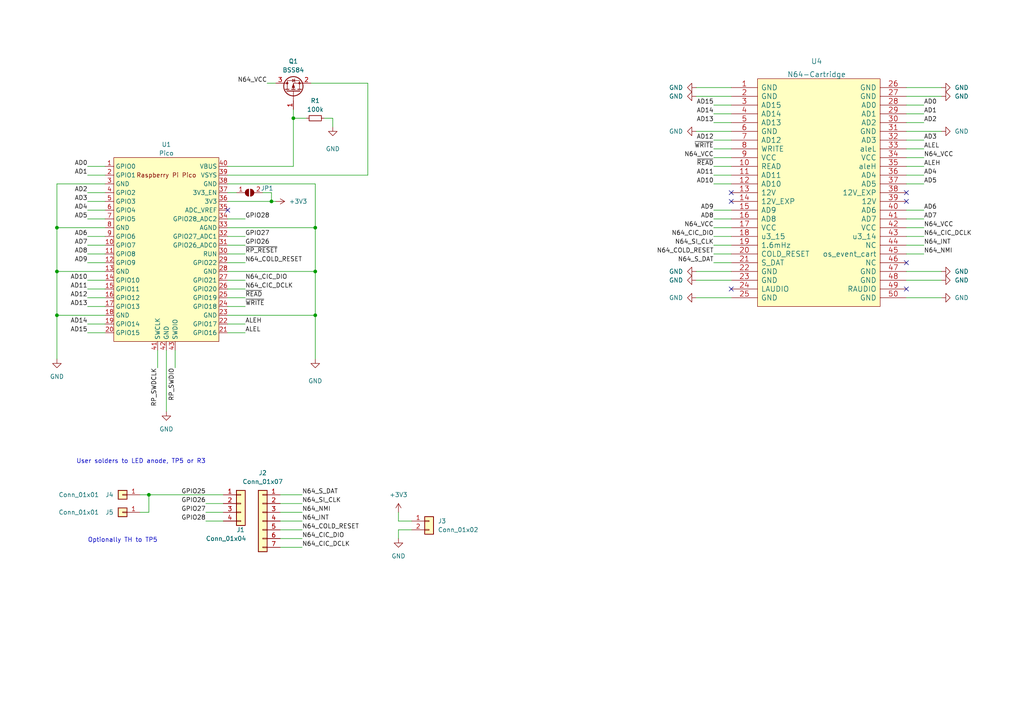
<source format=kicad_sch>
(kicad_sch (version 20211123) (generator eeschema)
  (paper "A4")
  (title_block (title "PicoCart64-lite") (date "2022-08-14") (rev "V1.3-lite") (company "Konrad Beckmann"))
  (lib_symbols
    (symbol "Connector_Generic:Conn_01x01" (pin_names (offset 1.016) hide)
      (property "Reference" "J" (at 0 2.54 0))
      (property "Value" "Conn_01x01" (at 0 -2.54 0))
      (symbol "Conn_01x01_1_1"
        (rectangle (start -1.27 0.127) (end 0 -0.127) (stroke (width 0.1524)))
        (rectangle (start -1.27 1.27) (end 1.27 -1.27) (stroke (width 0.254)) (fill (type background)))
        (pin passive line (at -5.08 0 0) (length 3.81) (name "Pin_1") (number "1"))
      )
    )
    (symbol "Connector_Generic:Conn_01x02" (pin_names (offset 1.016) hide)
      (property "Reference" "J" (at 0 2.54 0))
      (property "Value" "Conn_01x02" (at 0 -5.08 0))
      (symbol "Conn_01x02_1_1"
        (rectangle (start -1.27 -2.413) (end 0 -2.667) (stroke (width 0.1524)))
        (rectangle (start -1.27 0.127) (end 0 -0.127) (stroke (width 0.1524)))
        (rectangle (start -1.27 1.27) (end 1.27 -3.81) (stroke (width 0.254)) (fill (type background)))
        (pin passive line (at -5.08 0 0) (length 3.81) (name "Pin_1") (number "1"))
        (pin passive line (at -5.08 -2.54 0) (length 3.81) (name "Pin_2") (number "2"))
      )
    )
    (symbol "Connector_Generic:Conn_01x04" (pin_names (offset 1.016) hide)
      (property "Reference" "J" (at 0 5.08 0))
      (property "Value" "Conn_01x04" (at 0 -7.62 0))
      (symbol "Conn_01x04_1_1"
        (rectangle (start -1.27 -4.953) (end 0 -5.207) (stroke (width 0.1524)))
        (rectangle (start -1.27 -2.413) (end 0 -2.667) (stroke (width 0.1524)))
        (rectangle (start -1.27 0.127) (end 0 -0.127) (stroke (width 0.1524)))
        (rectangle (start -1.27 2.667) (end 0 2.413) (stroke (width 0.1524)))
        (rectangle (start -1.27 3.81) (end 1.27 -6.35) (stroke (width 0.254)) (fill (type background)))
        (pin passive line (at -5.08 2.54 0) (length 3.81) (name "Pin_1") (number "1"))
        (pin passive line (at -5.08 0 0) (length 3.81) (name "Pin_2") (number "2"))
        (pin passive line (at -5.08 -2.54 0) (length 3.81) (name "Pin_3") (number "3"))
        (pin passive line (at -5.08 -5.08 0) (length 3.81) (name "Pin_4") (number "4"))
      )
    )
    (symbol "Connector_Generic:Conn_01x07" (pin_names (offset 1.016) hide)
      (property "Reference" "J" (at 0 10.16 0))
      (property "Value" "Conn_01x07" (at 0 -10.16 0))
      (symbol "Conn_01x07_1_1"
        (rectangle (start -1.27 -7.493) (end 0 -7.747) (stroke (width 0.1524)))
        (rectangle (start -1.27 -4.953) (end 0 -5.207) (stroke (width 0.1524)))
        (rectangle (start -1.27 -2.413) (end 0 -2.667) (stroke (width 0.1524)))
        (rectangle (start -1.27 0.127) (end 0 -0.127) (stroke (width 0.1524)))
        (rectangle (start -1.27 2.667) (end 0 2.413) (stroke (width 0.1524)))
        (rectangle (start -1.27 5.207) (end 0 4.953) (stroke (width 0.1524)))
        (rectangle (start -1.27 7.747) (end 0 7.493) (stroke (width 0.1524)))
        (rectangle (start -1.27 8.89) (end 1.27 -8.89) (stroke (width 0.254)) (fill (type background)))
        (pin passive line (at -5.08 7.62 0) (length 3.81) (name "Pin_1") (number "1"))
        (pin passive line (at -5.08 5.08 0) (length 3.81) (name "Pin_2") (number "2"))
        (pin passive line (at -5.08 2.54 0) (length 3.81) (name "Pin_3") (number "3"))
        (pin passive line (at -5.08 0 0) (length 3.81) (name "Pin_4") (number "4"))
        (pin passive line (at -5.08 -2.54 0) (length 3.81) (name "Pin_5") (number "5"))
        (pin passive line (at -5.08 -5.08 0) (length 3.81) (name "Pin_6") (number "6"))
        (pin passive line (at -5.08 -7.62 0) (length 3.81) (name "Pin_7") (number "7"))
      )
    )
    (symbol "Device:R_Small" (pin_numbers hide) (pin_names (offset 0.254) hide)
      (property "Reference" "R" (at 0.762 0.508 0))
      (property "Value" "R_Small" (at 0.762 -1.016 0))
      (symbol "R_Small_0_1"
        (rectangle (start -0.762 1.778) (end 0.762 -1.778) (stroke (width 0.2032)))
      )
      (symbol "R_Small_1_1"
        (pin passive line (at 0 2.54 270) (length 0.762) (name "~") (number "1"))
        (pin passive line (at 0 -2.54 90) (length 0.762) (name "~") (number "2"))
      )
    )
    (symbol "Jumper:SolderJumper_2_Open" (pin_names (offset 0) hide)
      (property "Reference" "JP" (at 0 2.032 0))
      (property "Value" "SolderJumper_2_Open" (at 0 -2.54 0))
      (symbol "SolderJumper_2_Open_0_1"
        (arc (start -0.254 1.016) (mid -1.27 0) (end -0.254 -1.016))
        (arc (start -0.254 1.016) (mid -1.27 0) (end -0.254 -1.016) (fill (type outline)))
        (polyline (pts (xy -0.254 1.016) (xy -0.254 -1.016)))
        (polyline (pts (xy 0.254 1.016) (xy 0.254 -1.016)))
        (arc (start 0.254 -1.016) (mid 1.27 0) (end 0.254 1.016))
        (arc (start 0.254 -1.016) (mid 1.27 0) (end 0.254 1.016) (fill (type outline)))
      )
      (symbol "SolderJumper_2_Open_1_1"
        (pin passive line (at -3.81 0 0) (length 2.54) (name "A") (number "1"))
        (pin passive line (at 3.81 0 180) (length 2.54) (name "B") (number "2"))
      )
    )
    (symbol "Transistor_FET:BSS84" (pin_names hide)
      (property "Reference" "Q" (at 5.08 1.905 0))
      (property "Value" "BSS84" (at 5.08 0 0))
      (symbol "BSS84_0_1"
        (polyline (pts (xy 0.254 0) (xy -2.54 0)))
        (polyline (pts (xy 0.254 1.905) (xy 0.254 -1.905)) (stroke (width 0.254)))
        (polyline (pts (xy 0.762 -1.27) (xy 0.762 -2.286)) (stroke (width 0.254)))
        (polyline (pts (xy 0.762 0.508) (xy 0.762 -0.508)) (stroke (width 0.254)))
        (polyline (pts (xy 0.762 2.286) (xy 0.762 1.27)) (stroke (width 0.254)))
        (polyline (pts (xy 2.54 2.54) (xy 2.54 1.778)))
        (polyline (pts (xy 2.54 -2.54) (xy 2.54 0) (xy 0.762 0)))
        (polyline (pts (xy 0.762 1.778) (xy 3.302 1.778) (xy 3.302 -1.778) (xy 0.762 -1.778)))
        (polyline (pts (xy 2.286 0) (xy 1.27 0.381) (xy 1.27 -0.381) (xy 2.286 0)) (fill (type outline)))
        (polyline (pts (xy 2.794 -0.508) (xy 2.921 -0.381) (xy 3.683 -0.381) (xy 3.81 -0.254)))
        (polyline (pts (xy 3.302 -0.381) (xy 2.921 0.254) (xy 3.683 0.254) (xy 3.302 -0.381)))
        (circle (center 1.651 0) (radius 2.794) (stroke (width 0.254)))
        (circle (center 2.54 -1.778) (radius 0.254) (fill (type outline)))
        (circle (center 2.54 1.778) (radius 0.254) (fill (type outline)))
      )
      (symbol "BSS84_1_1"
        (pin input line (at -5.08 0 0) (length 2.54) (name "G") (number "1"))
        (pin passive line (at 2.54 -5.08 90) (length 2.54) (name "S") (number "2"))
        (pin passive line (at 2.54 5.08 270) (length 2.54) (name "D") (number "3"))
      )
    )
    (symbol "n64-cartridge:N64-Cartridge" (pin_names (offset 1.016))
      (property "Reference" "U?" (at -0.635 38.1 0))
      (property "Value" "N64-Cartridge" (at -0.635 34.29 0))
      (symbol "N64-Cartridge_0_1"
        (rectangle (start -17.78 33.02) (end 17.78 -33.02) (fill (type background)))
      )
      (symbol "N64-Cartridge_1_1"
        (pin passive line (at -25.4 30.48 0) (length 7.62) (name "GND") (number "1"))
        (pin passive line (at -25.4 7.62 0) (length 7.62) (name "READ") (number "10"))
        (pin passive line (at -25.4 5.08 0) (length 7.62) (name "AD11") (number "11"))
        (pin passive line (at -25.4 2.54 0) (length 7.62) (name "AD10") (number "12"))
        (pin passive line (at -25.4 0 0) (length 7.62) (name "12V") (number "13"))
        (pin passive line (at -25.4 -2.54 0) (length 7.62) (name "12V_EXP") (number "14"))
        (pin passive line (at -25.4 -5.08 0) (length 7.62) (name "AD9") (number "15"))
        (pin passive line (at -25.4 -7.62 0) (length 7.62) (name "AD8") (number "16"))
        (pin passive line (at -25.4 -10.16 0) (length 7.62) (name "VCC") (number "17"))
        (pin passive line (at -25.4 -12.7 0) (length 7.62) (name "u3_15") (number "18"))
        (pin passive line (at -25.4 -15.24 0) (length 7.62) (name "1.6mHz") (number "19"))
        (pin passive line (at -25.4 27.94 0) (length 7.62) (name "GND") (number "2"))
        (pin passive line (at -25.4 -17.78 0) (length 7.62) (name "COLD_RESET") (number "20"))
        (pin passive line (at -25.4 -20.32 0) (length 7.62) (name "S_DAT") (number "21"))
        (pin passive line (at -25.4 -22.86 0) (length 7.62) (name "GND") (number "22"))
        (pin passive line (at -25.4 -25.4 0) (length 7.62) (name "GND") (number "23"))
        (pin passive line (at -25.4 -27.94 0) (length 7.62) (name "LAUDIO") (number "24"))
        (pin passive line (at -25.4 -30.48 0) (length 7.62) (name "GND") (number "25"))
        (pin passive line (at 25.4 30.48 180) (length 7.62) (name "GND") (number "26"))
        (pin passive line (at 25.4 27.94 180) (length 7.62) (name "GND") (number "27"))
        (pin passive line (at 25.4 25.4 180) (length 7.62) (name "AD0") (number "28"))
        (pin passive line (at 25.4 22.86 180) (length 7.62) (name "AD1") (number "29"))
        (pin passive line (at -25.4 25.4 0) (length 7.62) (name "AD15") (number "3"))
        (pin passive line (at 25.4 20.32 180) (length 7.62) (name "AD2") (number "30"))
        (pin passive line (at 25.4 17.78 180) (length 7.62) (name "GND") (number "31"))
        (pin passive line (at 25.4 15.24 180) (length 7.62) (name "AD3") (number "32"))
        (pin passive line (at 25.4 12.7 180) (length 7.62) (name "aleL") (number "33"))
        (pin passive line (at 25.4 10.16 180) (length 7.62) (name "VCC") (number "34"))
        (pin passive line (at 25.4 7.62 180) (length 7.62) (name "aleH") (number "35"))
        (pin passive line (at 25.4 5.08 180) (length 7.62) (name "AD4") (number "36"))
        (pin passive line (at 25.4 2.54 180) (length 7.62) (name "AD5") (number "37"))
        (pin passive line (at 25.4 0 180) (length 7.62) (name "12V_EXP") (number "38"))
        (pin passive line (at 25.4 -2.54 180) (length 7.62) (name "12V") (number "39"))
        (pin passive line (at -25.4 22.86 0) (length 7.62) (name "AD14") (number "4"))
        (pin passive line (at 25.4 -5.08 180) (length 7.62) (name "AD6") (number "40"))
        (pin passive line (at 25.4 -7.62 180) (length 7.62) (name "AD7") (number "41"))
        (pin passive line (at 25.4 -10.16 180) (length 7.62) (name "VCC") (number "42"))
        (pin passive line (at 25.4 -12.7 180) (length 7.62) (name "u3_14") (number "43"))
        (pin passive line (at 25.4 -15.24 180) (length 7.62) (name "NC") (number "44"))
        (pin passive line (at 25.4 -17.78 180) (length 7.62) (name "os_event_cart") (number "45"))
        (pin passive line (at 25.4 -20.32 180) (length 7.62) (name "NC") (number "46"))
        (pin passive line (at 25.4 -22.86 180) (length 7.62) (name "GND") (number "47"))
        (pin passive line (at 25.4 -25.4 180) (length 7.62) (name "GND") (number "48"))
        (pin passive line (at 25.4 -27.94 180) (length 7.62) (name "RAUDIO") (number "49"))
        (pin passive line (at -25.4 20.32 0) (length 7.62) (name "AD13") (number "5"))
        (pin passive line (at 25.4 -30.48 180) (length 7.62) (name "GND") (number "50"))
        (pin passive line (at -25.4 17.78 0) (length 7.62) (name "GND") (number "6"))
        (pin passive line (at -25.4 15.24 0) (length 7.62) (name "AD12") (number "7"))
        (pin passive line (at -25.4 12.7 0) (length 7.62) (name "WRITE") (number "8"))
        (pin passive line (at -25.4 10.16 0) (length 7.62) (name "VCC") (number "9"))
      )
    )
    (symbol "power:+3V3" (power) (pin_names (offset 0))
      (property "Value" "+3V3" (at 0 3.556 0))
      (symbol "+3V3_0_1"
        (polyline (pts (xy -0.762 1.27) (xy 0 2.54)))
        (polyline (pts (xy 0 0) (xy 0 2.54)))
        (polyline (pts (xy 0 2.54) (xy 0.762 1.27)))
      )
      (symbol "+3V3_1_1"
        (pin power_in line (at 0 0 90) (length 0) hide (name "+3V3") (number "1"))
      )
    )
    (symbol "power:GND" (power) (pin_names (offset 0))
      (property "Value" "GND" (at 0 -3.81 0))
      (symbol "GND_0_1"
        (polyline (pts (xy 0 0) (xy 0 -1.27) (xy 1.27 -1.27) (xy 0 -2.54) (xy -1.27 -1.27) (xy 0 -1.27)))
      )
      (symbol "GND_1_1"
        (pin power_in line (at 0 0 270) (length 0) hide (name "GND") (number "1"))
      )
    )
    (symbol "raspberrypi_pico:Pico"
      (property "Reference" "U" (at -13.97 27.94 0))
      (property "Value" "Pico" (at 0 19.05 0))
      (symbol "Pico_0_0"
        (text "Raspberry Pi Pico" (at 0 21.59 0) (effects (font (size 1.27 1.27))))
      )
      (symbol "Pico_0_1"
        (rectangle (start -15.24 26.67) (end 15.24 -26.67) (fill (type background)))
      )
      (symbol "Pico_1_1"
        (pin bidirectional line (at -17.78 24.13 0) (length 2.54) (name "GPIO0") (number "1"))
        (pin bidirectional line (at -17.78 1.27 0) (length 2.54) (name "GPIO7") (number "10"))
        (pin bidirectional line (at -17.78 -1.27 0) (length 2.54) (name "GPIO8") (number "11"))
        (pin bidirectional line (at -17.78 -3.81 0) (length 2.54) (name "GPIO9") (number "12"))
        (pin power_in line (at -17.78 -6.35 0) (length 2.54) (name "GND") (number "13"))
        (pin bidirectional line (at -17.78 -8.89 0) (length 2.54) (name "GPIO10") (number "14"))
        (pin bidirectional line (at -17.78 -11.43 0) (length 2.54) (name "GPIO11") (number "15"))
        (pin bidirectional line (at -17.78 -13.97 0) (length 2.54) (name "GPIO12") (number "16"))
        (pin bidirectional line (at -17.78 -16.51 0) (length 2.54) (name "GPIO13") (number "17"))
        (pin power_in line (at -17.78 -19.05 0) (length 2.54) (name "GND") (number "18"))
        (pin bidirectional line (at -17.78 -21.59 0) (length 2.54) (name "GPIO14") (number "19"))
        (pin bidirectional line (at -17.78 21.59 0) (length 2.54) (name "GPIO1") (number "2"))
        (pin bidirectional line (at -17.78 -24.13 0) (length 2.54) (name "GPIO15") (number "20"))
        (pin bidirectional line (at 17.78 -24.13 180) (length 2.54) (name "GPIO16") (number "21"))
        (pin bidirectional line (at 17.78 -21.59 180) (length 2.54) (name "GPIO17") (number "22"))
        (pin power_in line (at 17.78 -19.05 180) (length 2.54) (name "GND") (number "23"))
        (pin bidirectional line (at 17.78 -16.51 180) (length 2.54) (name "GPIO18") (number "24"))
        (pin bidirectional line (at 17.78 -13.97 180) (length 2.54) (name "GPIO19") (number "25"))
        (pin bidirectional line (at 17.78 -11.43 180) (length 2.54) (name "GPIO20") (number "26"))
        (pin bidirectional line (at 17.78 -8.89 180) (length 2.54) (name "GPIO21") (number "27"))
        (pin power_in line (at 17.78 -6.35 180) (length 2.54) (name "GND") (number "28"))
        (pin bidirectional line (at 17.78 -3.81 180) (length 2.54) (name "GPIO22") (number "29"))
        (pin power_in line (at -17.78 19.05 0) (length 2.54) (name "GND") (number "3"))
        (pin input line (at 17.78 -1.27 180) (length 2.54) (name "RUN") (number "30"))
        (pin bidirectional line (at 17.78 1.27 180) (length 2.54) (name "GPIO26_ADC0") (number "31"))
        (pin bidirectional line (at 17.78 3.81 180) (length 2.54) (name "GPIO27_ADC1") (number "32"))
        (pin power_in line (at 17.78 6.35 180) (length 2.54) (name "AGND") (number "33"))
        (pin bidirectional line (at 17.78 8.89 180) (length 2.54) (name "GPIO28_ADC2") (number "34"))
        (pin power_in line (at 17.78 11.43 180) (length 2.54) (name "ADC_VREF") (number "35"))
        (pin power_in line (at 17.78 13.97 180) (length 2.54) (name "3V3") (number "36"))
        (pin input line (at 17.78 16.51 180) (length 2.54) (name "3V3_EN") (number "37"))
        (pin bidirectional line (at 17.78 19.05 180) (length 2.54) (name "GND") (number "38"))
        (pin power_in line (at 17.78 21.59 180) (length 2.54) (name "VSYS") (number "39"))
        (pin bidirectional line (at -17.78 16.51 0) (length 2.54) (name "GPIO2") (number "4"))
        (pin power_in line (at 17.78 24.13 180) (length 2.54) (name "VBUS") (number "40"))
        (pin input line (at -2.54 -29.21 90) (length 2.54) (name "SWCLK") (number "41"))
        (pin power_in line (at 0 -29.21 90) (length 2.54) (name "GND") (number "42"))
        (pin bidirectional line (at 2.54 -29.21 90) (length 2.54) (name "SWDIO") (number "43"))
        (pin bidirectional line (at -17.78 13.97 0) (length 2.54) (name "GPIO3") (number "5"))
        (pin bidirectional line (at -17.78 11.43 0) (length 2.54) (name "GPIO4") (number "6"))
        (pin bidirectional line (at -17.78 8.89 0) (length 2.54) (name "GPIO5") (number "7"))
        (pin power_in line (at -17.78 6.35 0) (length 2.54) (name "GND") (number "8"))
        (pin bidirectional line (at -17.78 3.81 0) (length 2.54) (name "GPIO6") (number "9"))
      )
    )
  )
  (junction (at 91.44 78.74))
  (junction (at 43.18 143.51))
  (junction (at 91.44 91.44))
  (junction (at 85.09 34.29))
  (junction (at 16.51 78.74))
  (junction (at 78.74 58.42))
  (junction (at 91.44 66.04))
  (junction (at 16.51 91.44))
  (junction (at 16.51 66.04))
  (no_connect (at 66.04 60.96))
  (no_connect (at 262.89 83.82))
  (no_connect (at 262.89 58.42))
  (no_connect (at 262.89 55.88))
  (no_connect (at 212.09 83.82))
  (no_connect (at 212.09 58.42))
  (no_connect (at 212.09 55.88))
  (no_connect (at 262.89 76.2))
  (wire (pts (xy 262.89 86.36) (xy 273.05 86.36)))
  (wire (pts (xy 262.89 30.48) (xy 267.97 30.48)))
  (wire (pts (xy 40.64 143.51) (xy 43.18 143.51)))
  (wire (pts (xy 16.51 91.44) (xy 16.51 78.74)))
  (wire (pts (xy 16.51 78.74) (xy 30.48 78.74)))
  (wire (pts (xy 66.04 81.28) (xy 71.12 81.28)))
  (wire (pts (xy 30.48 60.96) (xy 25.4 60.96)))
  (wire (pts (xy 262.89 81.28) (xy 273.05 81.28)))
  (wire (pts (xy 262.89 27.94) (xy 273.05 27.94)))
  (wire (pts (xy 81.28 156.21) (xy 87.63 156.21)))
  (wire (pts (xy 201.93 38.1) (xy 212.09 38.1)))
  (wire (pts (xy 262.89 45.72) (xy 267.97 45.72)))
  (wire (pts (xy 115.57 148.59) (xy 115.57 151.13)))
  (wire (pts (xy 30.48 86.36) (xy 25.4 86.36)))
  (wire (pts (xy 66.04 78.74) (xy 91.44 78.74)))
  (wire (pts (xy 91.44 91.44) (xy 91.44 104.14)))
  (wire (pts (xy 71.12 73.66) (xy 66.04 73.66)))
  (wire (pts (xy 106.68 50.8) (xy 66.04 50.8)))
  (wire (pts (xy 201.93 25.4) (xy 212.09 25.4)))
  (wire (pts (xy 262.89 68.58) (xy 267.97 68.58)))
  (wire (pts (xy 66.04 68.58) (xy 71.12 68.58)))
  (wire (pts (xy 59.69 148.59) (xy 64.77 148.59)))
  (wire (pts (xy 262.89 66.04) (xy 267.97 66.04)))
  (wire (pts (xy 90.17 24.13) (xy 106.68 24.13)))
  (wire (pts (xy 78.74 58.42) (xy 80.01 58.42)))
  (wire (pts (xy 30.48 83.82) (xy 25.4 83.82)))
  (wire (pts (xy 30.48 58.42) (xy 25.4 58.42)))
  (wire (pts (xy 43.18 143.51) (xy 64.77 143.51)))
  (wire (pts (xy 30.48 55.88) (xy 25.4 55.88)))
  (wire (pts (xy 207.01 76.2) (xy 212.09 76.2)))
  (wire (pts (xy 30.48 88.9) (xy 25.4 88.9)))
  (wire (pts (xy 201.93 78.74) (xy 212.09 78.74)))
  (wire (pts (xy 76.2 55.88) (xy 78.74 55.88)))
  (wire (pts (xy 16.51 66.04) (xy 30.48 66.04)))
  (wire (pts (xy 81.28 153.67) (xy 87.63 153.67)))
  (wire (pts (xy 77.47 24.13) (xy 80.01 24.13)))
  (wire (pts (xy 66.04 96.52) (xy 71.12 96.52)))
  (wire (pts (xy 66.04 83.82) (xy 71.12 83.82)))
  (wire (pts (xy 262.89 38.1) (xy 273.05 38.1)))
  (wire (pts (xy 30.48 63.5) (xy 25.4 63.5)))
  (wire (pts (xy 30.48 96.52) (xy 25.4 96.52)))
  (wire (pts (xy 30.48 50.8) (xy 25.4 50.8)))
  (wire (pts (xy 201.93 27.94) (xy 212.09 27.94)))
  (wire (pts (xy 93.98 34.29) (xy 96.52 34.29)))
  (wire (pts (xy 66.04 48.26) (xy 85.09 48.26)))
  (wire (pts (xy 115.57 153.67) (xy 119.38 153.67)))
  (wire (pts (xy 30.48 81.28) (xy 25.4 81.28)))
  (wire (pts (xy 30.48 93.98) (xy 25.4 93.98)))
  (wire (pts (xy 45.72 106.68) (xy 45.72 101.6)))
  (wire (pts (xy 207.01 60.96) (xy 212.09 60.96)))
  (wire (pts (xy 16.51 66.04) (xy 16.51 53.34)))
  (wire (pts (xy 207.01 63.5) (xy 212.09 63.5)))
  (wire (pts (xy 66.04 88.9) (xy 71.12 88.9)))
  (wire (pts (xy 262.89 78.74) (xy 273.05 78.74)))
  (wire (pts (xy 262.89 43.18) (xy 267.97 43.18)))
  (wire (pts (xy 43.18 148.59) (xy 40.64 148.59)))
  (wire (pts (xy 207.01 33.02) (xy 212.09 33.02)))
  (wire (pts (xy 207.01 30.48) (xy 212.09 30.48)))
  (wire (pts (xy 207.01 71.12) (xy 212.09 71.12)))
  (wire (pts (xy 201.93 81.28) (xy 212.09 81.28)))
  (wire (pts (xy 66.04 93.98) (xy 71.12 93.98)))
  (wire (pts (xy 91.44 53.34) (xy 66.04 53.34)))
  (wire (pts (xy 66.04 91.44) (xy 91.44 91.44)))
  (wire (pts (xy 262.89 48.26) (xy 267.97 48.26)))
  (wire (pts (xy 115.57 151.13) (xy 119.38 151.13)))
  (wire (pts (xy 66.04 63.5) (xy 71.12 63.5)))
  (wire (pts (xy 106.68 24.13) (xy 106.68 50.8)))
  (wire (pts (xy 85.09 48.26) (xy 85.09 34.29)))
  (wire (pts (xy 66.04 58.42) (xy 78.74 58.42)))
  (wire (pts (xy 66.04 76.2) (xy 71.12 76.2)))
  (wire (pts (xy 16.51 91.44) (xy 30.48 91.44)))
  (wire (pts (xy 91.44 53.34) (xy 91.44 66.04)))
  (wire (pts (xy 50.8 106.68) (xy 50.8 101.6)))
  (wire (pts (xy 207.01 43.18) (xy 212.09 43.18)))
  (wire (pts (xy 81.28 146.05) (xy 87.63 146.05)))
  (wire (pts (xy 66.04 55.88) (xy 68.58 55.88)))
  (wire (pts (xy 66.04 71.12) (xy 71.12 71.12)))
  (wire (pts (xy 207.01 35.56) (xy 212.09 35.56)))
  (wire (pts (xy 78.74 55.88) (xy 78.74 58.42)))
  (wire (pts (xy 48.26 101.6) (xy 48.26 119.38)))
  (wire (pts (xy 207.01 48.26) (xy 212.09 48.26)))
  (wire (pts (xy 262.89 71.12) (xy 267.97 71.12)))
  (wire (pts (xy 262.89 63.5) (xy 267.97 63.5)))
  (wire (pts (xy 30.48 73.66) (xy 25.4 73.66)))
  (wire (pts (xy 66.04 86.36) (xy 71.12 86.36)))
  (wire (pts (xy 30.48 48.26) (xy 25.4 48.26)))
  (wire (pts (xy 207.01 73.66) (xy 212.09 73.66)))
  (wire (pts (xy 96.52 34.29) (xy 96.52 36.83)))
  (wire (pts (xy 81.28 151.13) (xy 87.63 151.13)))
  (wire (pts (xy 16.51 104.14) (xy 16.51 91.44)))
  (wire (pts (xy 43.18 143.51) (xy 43.18 148.59)))
  (wire (pts (xy 201.93 86.36) (xy 212.09 86.36)))
  (wire (pts (xy 207.01 50.8) (xy 212.09 50.8)))
  (wire (pts (xy 16.51 53.34) (xy 30.48 53.34)))
  (wire (pts (xy 66.04 66.04) (xy 91.44 66.04)))
  (wire (pts (xy 91.44 78.74) (xy 91.44 91.44)))
  (wire (pts (xy 262.89 73.66) (xy 267.97 73.66)))
  (wire (pts (xy 91.44 66.04) (xy 91.44 78.74)))
  (wire (pts (xy 81.28 148.59) (xy 87.63 148.59)))
  (wire (pts (xy 262.89 40.64) (xy 267.97 40.64)))
  (wire (pts (xy 262.89 25.4) (xy 273.05 25.4)))
  (wire (pts (xy 30.48 76.2) (xy 25.4 76.2)))
  (wire (pts (xy 207.01 45.72) (xy 212.09 45.72)))
  (wire (pts (xy 207.01 66.04) (xy 212.09 66.04)))
  (wire (pts (xy 262.89 33.02) (xy 267.97 33.02)))
  (wire (pts (xy 30.48 68.58) (xy 25.4 68.58)))
  (wire (pts (xy 30.48 71.12) (xy 25.4 71.12)))
  (wire (pts (xy 85.09 34.29) (xy 85.09 31.75)))
  (wire (pts (xy 59.69 146.05) (xy 64.77 146.05)))
  (wire (pts (xy 207.01 53.34) (xy 212.09 53.34)))
  (wire (pts (xy 16.51 78.74) (xy 16.51 66.04)))
  (wire (pts (xy 262.89 60.96) (xy 267.97 60.96)))
  (wire (pts (xy 115.57 156.21) (xy 115.57 153.67)))
  (wire (pts (xy 59.69 151.13) (xy 64.77 151.13)))
  (wire (pts (xy 81.28 158.75) (xy 87.63 158.75)))
  (wire (pts (xy 262.89 50.8) (xy 267.97 50.8)))
  (wire (pts (xy 85.09 34.29) (xy 88.9 34.29)))
  (wire (pts (xy 262.89 35.56) (xy 267.97 35.56)))
  (wire (pts (xy 207.01 40.64) (xy 212.09 40.64)))
  (wire (pts (xy 262.89 53.34) (xy 267.97 53.34)))
  (wire (pts (xy 207.01 68.58) (xy 212.09 68.58)))
  (wire (pts (xy 81.28 143.51) (xy 87.63 143.51)))
  (text "User solders to LED anode, TP5 or R3" (at 59.69 134.62 180) (effects (font (size 1.27 1.27)) (justify right bottom)))
  (text "Optionally TH to TP5" (at 45.72 157.48 180) (effects (font (size 1.27 1.27)) (justify right bottom)))
  (label "GPIO27" (at 59.69 148.59 180))
  (label "N64_SI_CLK" (at 207.01 71.12 180))
  (label "AD13" (at 207.01 35.56 180))
  (label "N64_VCC" (at 207.01 45.72 180))
  (label "N64_NMI" (at 87.63 148.59 0))
  (label "N64_COLD_RESET" (at 207.01 73.66 180))
  (label "AD10" (at 207.01 53.34 180))
  (label "AD11" (at 207.01 50.8 180))
  (label "~{WRITE}" (at 71.12 88.9 0))
  (label "ALEL" (at 267.97 43.18 0))
  (label "N64_VCC" (at 207.01 66.04 180))
  (label "N64_NMI" (at 267.97 73.66 0))
  (label "AD2" (at 25.4 55.88 180))
  (label "~{WRITE}" (at 207.01 43.18 180))
  (label "AD9" (at 207.01 60.96 180))
  (label "AD3" (at 267.97 40.64 0))
  (label "AD14" (at 207.01 33.02 180))
  (label "AD9" (at 25.4 76.2 180))
  (label "N64_CIC_DCLK" (at 87.63 158.75 0))
  (label "~{READ}" (at 71.12 86.36 0))
  (label "AD8" (at 25.4 73.66 180))
  (label "AD10" (at 25.4 81.28 180))
  (label "AD14" (at 25.4 93.98 180))
  (label "AD12" (at 25.4 86.36 180))
  (label "GPIO26" (at 71.12 71.12 0))
  (label "AD15" (at 25.4 96.52 180))
  (label "N64_S_DAT" (at 87.63 143.51 0))
  (label "N64_COLD_RESET" (at 71.12 76.2 0))
  (label "AD15" (at 207.01 30.48 180))
  (label "N64_SI_CLK" (at 87.63 146.05 0))
  (label "GPIO28" (at 59.69 151.13 180))
  (label "ALEL" (at 71.12 96.52 0))
  (label "GPIO27" (at 71.12 68.58 0))
  (label "AD1" (at 25.4 50.8 180))
  (label "AD5" (at 25.4 63.5 180))
  (label "ALEH" (at 71.12 93.98 0))
  (label "ALEH" (at 267.97 48.26 0))
  (label "AD0" (at 267.97 30.48 0))
  (label "AD13" (at 25.4 88.9 180))
  (label "AD4" (at 267.97 50.8 0))
  (label "~{READ}" (at 207.01 48.26 180))
  (label "GPIO28" (at 71.12 63.5 0))
  (label "N64_INT" (at 87.63 151.13 0))
  (label "AD5" (at 267.97 53.34 0))
  (label "AD3" (at 25.4 58.42 180))
  (label "AD11" (at 25.4 83.82 180))
  (label "N64_CIC_DCLK" (at 71.12 83.82 0))
  (label "AD6" (at 25.4 68.58 180))
  (label "AD7" (at 25.4 71.12 180))
  (label "N64_VCC" (at 267.97 66.04 0))
  (label "N64_COLD_RESET" (at 87.63 153.67 0))
  (label "GPIO26" (at 59.69 146.05 180))
  (label "N64_CIC_DIO" (at 71.12 81.28 0))
  (label "AD4" (at 25.4 60.96 180))
  (label "AD8" (at 207.01 63.5 180))
  (label "AD2" (at 267.97 35.56 0))
  (label "N64_CIC_DIO" (at 207.01 68.58 180))
  (label "RP_SWDCLK" (at 45.72 106.68 270))
  (label "N64_VCC" (at 267.97 45.72 0))
  (label "RP_SWDIO" (at 50.8 106.68 270))
  (label "N64_INT" (at 267.97 71.12 0))
  (label "~{RP_RESET}" (at 71.12 73.66 0))
  (label "N64_VCC" (at 77.47 24.13 180))
  (label "AD0" (at 25.4 48.26 180))
  (label "GPIO25" (at 59.69 143.51 180))
  (label "N64_CIC_DIO" (at 87.63 156.21 0))
  (label "AD12" (at 207.01 40.64 180))
  (label "N64_S_DAT" (at 207.01 76.2 180))
  (label "AD1" (at 267.97 33.02 0))
  (label "N64_CIC_DCLK" (at 267.97 68.58 0))
  (label "AD7" (at 267.97 63.5 0))
  (label "AD6" (at 267.97 60.96 0))
  (symbol (lib_id "power:GND") (at 273.05 25.4 90) (unit 1)
    (property "Reference" "#PWR0115" (effects hide))
    (property "Value" "GND" (at 276.86 25.3999 90) (effects (justify right)))
  )
  (symbol (lib_id "power:GND") (at 201.93 38.1 270) (unit 1)
    (property "Reference" "#PWR0123" (effects hide))
    (property "Value" "GND" (at 198.12 38.0999 90) (effects (justify right)))
  )
  (symbol (lib_id "power:GND") (at 48.26 119.38 0) (unit 1)
    (property "Reference" "#PWR0107" (effects hide))
    (property "Value" "GND" (at 48.26 124.46 0))
  )
  (symbol (lib_id "power:GND") (at 273.05 81.28 90) (unit 1)
    (property "Reference" "#PWR0120" (effects hide))
    (property "Value" "GND" (at 276.86 81.2799 90) (effects (justify right)))
  )
  (symbol (lib_id "power:GND") (at 91.44 104.14 0) (unit 1)
    (property "Reference" "#PWR0104" (effects hide))
    (property "Value" "GND" (at 91.44 110.49 0))
  )
  (symbol (lib_id "Jumper:SolderJumper_2_Open") (at 72.39 55.88 0) (unit 1) (in_bom no)
    (property "Reference" "JP1" (at 77.47 54.61 0))
    (property "Value" "SolderJumper_2_Open" (effects hide))
    (property "Footprint" "Jumper:SolderJumper-2_P1.3mm_Open_RoundedPad1.0x1.5mm" (effects hide))
  )
  (symbol (lib_id "power:+3V3") (at 115.57 148.59 0) (unit 1)
    (property "Reference" "#PWR0102" (effects hide))
    (property "Value" "+3V3" (at 115.57 143.51 0))
  )
  (symbol (lib_id "power:GND") (at 115.57 156.21 0) (unit 1)
    (property "Reference" "#PWR0103" (effects hide))
    (property "Value" "GND" (at 115.57 161.29 0))
  )
  (symbol (lib_id "Transistor_FET:BSS84") (at 85.09 26.67 90) (unit 1)
    (property "Reference" "Q1" (at 85.09 17.78 90))
    (property "Value" "BSS84" (at 85.09 20.32 90))
    (property "Footprint" "Package_TO_SOT_SMD:SOT-23" (effects hide))
    (property "Datasheet" "http://assets.nexperia.com/documents/data-sheet/BSS84.pdf" (effects hide))
    (property "LCSC" "C114481" (effects hide))
  )
  (symbol (lib_id "Connector_Generic:Conn_01x02") (at 124.46 151.13 0) (unit 1) (in_bom no)
    (property "Reference" "J3" (at 127 151.1299 0) (effects (justify left)))
    (property "Value" "Conn_01x02" (at 127 153.6699 0) (effects (justify left)))
    (property "Footprint" "project_area:PinHeader_1x08_P2.54mm_Vertical" (effects hide))
  )
  (symbol (lib_id "raspberrypi_pico:Pico") (at 48.26 72.39 0) (unit 1) (in_bom no)
    (property "Reference" "U1" (at 48.26 41.91 0))
    (property "Value" "Pico" (at 48.26 44.45 0))
    (property "Footprint" "RPi_Pico:RPi_Pico_SMD_TH" (effects hide))
  )
  (symbol (lib_id "n64-cartridge:N64-Cartridge") (at 237.49 55.88 0) (unit 1) (in_bom no)
    (property "Reference" "U4" (at 236.855 17.78 0) (effects (font (size 1.524 1.524))))
    (property "Value" "N64-Cartridge" (at 236.855 21.59 0) (effects (font (size 1.524 1.524))))
    (property "Footprint" "picocart64:N64-Connector" (effects hide))
  )
  (symbol (lib_id "power:GND") (at 201.93 25.4 270) (unit 1)
    (property "Reference" "#PWR0121" (effects hide))
    (property "Value" "GND" (at 198.12 25.3999 90) (effects (justify right)))
  )
  (symbol (lib_id "Connector_Generic:Conn_01x01") (at 35.56 148.59 180) (unit 1) (in_bom no)
    (property "Reference" "J5" (at 31.75 148.59 0))
    (property "Value" "Conn_01x01" (at 22.86 148.59 0))
    (property "Footprint" "Connector_PinHeader_2.54mm:PinHeader_1x01_P2.54mm_Vertical" (effects hide))
  )
  (symbol (lib_id "power:GND") (at 201.93 81.28 270) (unit 1)
    (property "Reference" "#PWR0127" (effects hide))
    (property "Value" "GND" (at 198.12 81.2799 90) (effects (justify right)))
  )
  (symbol (lib_id "power:GND") (at 201.93 86.36 270) (unit 1)
    (property "Reference" "#PWR0126" (effects hide))
    (property "Value" "GND" (at 198.12 86.3599 90) (effects (justify right)))
  )
  (symbol (lib_id "power:GND") (at 201.93 78.74 270) (unit 1)
    (property "Reference" "#PWR0125" (effects hide))
    (property "Value" "GND" (at 198.12 78.7399 90) (effects (justify right)))
  )
  (symbol (lib_id "power:GND") (at 273.05 38.1 90) (unit 1)
    (property "Reference" "#PWR0116" (effects hide))
    (property "Value" "GND" (at 276.86 38.0999 90) (effects (justify right)))
  )
  (symbol (lib_id "power:+3V3") (at 80.01 58.42 270) (unit 1)
    (property "Reference" "#PWR0105" (effects hide))
    (property "Value" "+3V3" (at 83.82 58.4199 90) (effects (justify left)))
  )
  (symbol (lib_id "Connector_Generic:Conn_01x07") (at 76.2 151.13 0) (mirror y) (unit 1)
    (property "Reference" "J2" (at 76.2 137.16 0))
    (property "Value" "Conn_01x07" (at 76.2 139.7 0))
    (property "Footprint" "Connector_PinHeader_2.54mm:PinHeader_1x07_P2.54mm_Vertical" (effects hide))
    (property "LCSC" "C225482" (effects hide))
  )
  (symbol (lib_id "power:GND") (at 16.51 104.14 0) (unit 1)
    (property "Reference" "#PWR0106" (effects hide))
    (property "Value" "GND" (at 16.51 109.22 0))
  )
  (symbol (lib_id "Connector_Generic:Conn_01x01") (at 35.56 143.51 180) (unit 1) (in_bom no)
    (property "Reference" "J4" (at 31.75 143.51 0))
    (property "Value" "Conn_01x01" (at 22.86 143.51 0))
    (property "Footprint" "Connector_PinHeader_2.54mm:PinHeader_1x01_P2.54mm_Vertical" (effects hide))
  )
  (symbol (lib_id "power:GND") (at 96.52 36.83 0) (unit 1)
    (property "Reference" "#PWR0101" (effects hide))
    (property "Value" "GND" (at 96.52 43.18 0))
  )
  (symbol (lib_id "power:GND") (at 273.05 78.74 90) (unit 1)
    (property "Reference" "#PWR0118" (effects hide))
    (property "Value" "GND" (at 276.86 78.7399 90) (effects (justify right)))
  )
  (symbol (lib_id "Device:R_Small") (at 91.44 34.29 90) (unit 1)
    (property "Reference" "R1" (at 91.44 29.21 90))
    (property "Value" "100k" (at 91.44 31.75 90))
    (property "Footprint" "Resistor_SMD:R_0603_1608Metric_Pad0.98x0.95mm_HandSolder" (effects hide))
    (property "LCSC" "C22936" (effects hide))
  )
  (symbol (lib_id "Connector_Generic:Conn_01x04") (at 69.85 146.05 0) (unit 1)
    (property "Reference" "J1" (at 68.58 153.67 0) (effects (justify left)))
    (property "Value" "Conn_01x04" (at 59.69 156.21 0) (effects (justify left)))
    (property "Footprint" "Connector_PinHeader_2.54mm:PinHeader_1x04_P2.54mm_Vertical" (effects hide))
    (property "LCSC" "C390680" (effects hide))
  )
  (symbol (lib_id "power:GND") (at 201.93 27.94 270) (unit 1)
    (property "Reference" "#PWR0122" (effects hide))
    (property "Value" "GND" (at 198.12 27.9399 90) (effects (justify right)))
  )
  (symbol (lib_id "power:GND") (at 273.05 86.36 90) (unit 1)
    (property "Reference" "#PWR0119" (effects hide))
    (property "Value" "GND" (at 276.86 86.3599 90) (effects (justify right)))
  )
  (symbol (lib_id "power:GND") (at 273.05 27.94 90) (unit 1)
    (property "Reference" "#PWR0117" (effects hide))
    (property "Value" "GND" (at 276.86 27.9399 90) (effects (justify right)))
  )
)
</source>
